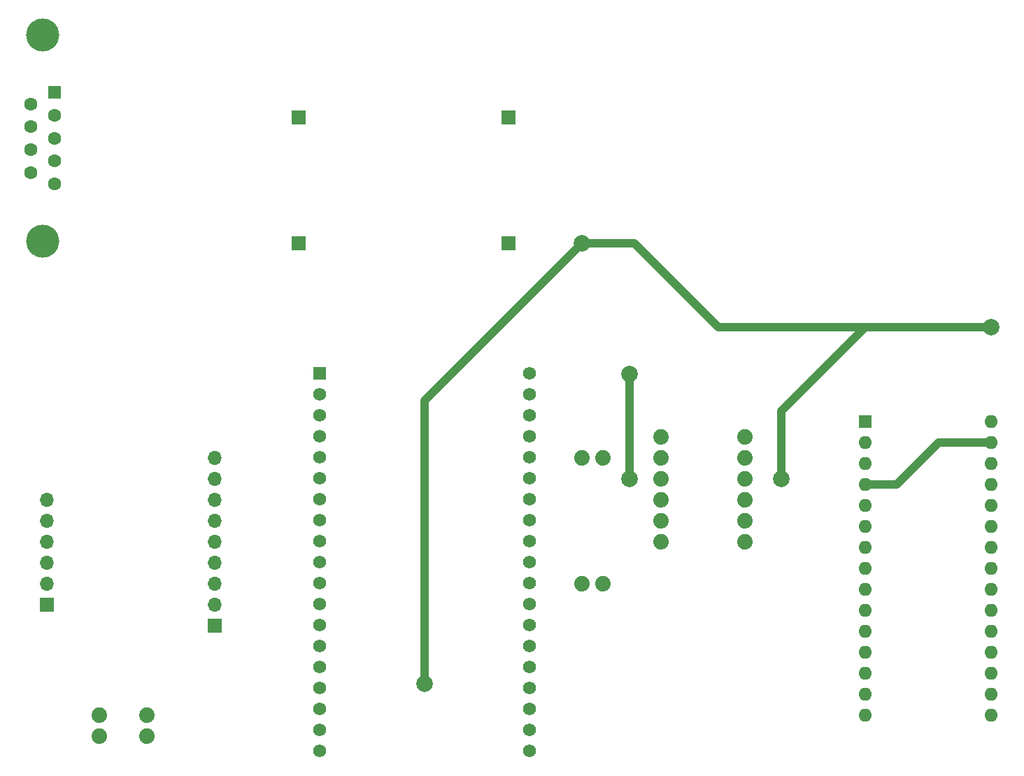
<source format=gbr>
%TF.GenerationSoftware,KiCad,Pcbnew,(6.0.4)*%
%TF.CreationDate,2022-04-04T20:05:43+03:00*%
%TF.ProjectId,volvo_bt_board,766f6c76-6f5f-4627-945f-626f6172642e,rev?*%
%TF.SameCoordinates,Original*%
%TF.FileFunction,Copper,L1,Top*%
%TF.FilePolarity,Positive*%
%FSLAX46Y46*%
G04 Gerber Fmt 4.6, Leading zero omitted, Abs format (unit mm)*
G04 Created by KiCad (PCBNEW (6.0.4)) date 2022-04-04 20:05:43*
%MOMM*%
%LPD*%
G01*
G04 APERTURE LIST*
%TA.AperFunction,ComponentPad*%
%ADD10C,4.000000*%
%TD*%
%TA.AperFunction,ComponentPad*%
%ADD11R,1.600000X1.600000*%
%TD*%
%TA.AperFunction,ComponentPad*%
%ADD12C,1.600000*%
%TD*%
%TA.AperFunction,ComponentPad*%
%ADD13R,1.700000X1.700000*%
%TD*%
%TA.AperFunction,ComponentPad*%
%ADD14O,1.600000X1.600000*%
%TD*%
%TA.AperFunction,ComponentPad*%
%ADD15C,1.879600*%
%TD*%
%TA.AperFunction,ComponentPad*%
%ADD16O,1.700000X1.700000*%
%TD*%
%TA.AperFunction,ComponentPad*%
%ADD17R,1.560000X1.560000*%
%TD*%
%TA.AperFunction,ComponentPad*%
%ADD18C,1.560000*%
%TD*%
%TA.AperFunction,ViaPad*%
%ADD19C,2.000000*%
%TD*%
%TA.AperFunction,Conductor*%
%ADD20C,1.000000*%
%TD*%
G04 APERTURE END LIST*
D10*
%TO.P,J1,0*%
%TO.N,N/C*%
X80770331Y-73450000D03*
X80770331Y-48450000D03*
D11*
%TO.P,J1,1,1*%
%TO.N,MELBUS_CLK*%
X82190331Y-55410000D03*
D12*
%TO.P,J1,2,2*%
%TO.N,GND*%
X82190331Y-58180000D03*
%TO.P,J1,3,3*%
%TO.N,12V*%
X82190331Y-60950000D03*
%TO.P,J1,4,4*%
%TO.N,unconnected-(J1-Pad4)*%
X82190331Y-63720000D03*
%TO.P,J1,5,5*%
%TO.N,AUDIO_R*%
X82190331Y-66490000D03*
%TO.P,J1,6,6*%
%TO.N,MELBUS_DATA*%
X79350331Y-56795000D03*
%TO.P,J1,7,7*%
%TO.N,MELBUS_BUSY*%
X79350331Y-59565000D03*
%TO.P,J1,8,8*%
%TO.N,AUDIO_L*%
X79350331Y-62335000D03*
%TO.P,J1,9,9*%
%TO.N,AUDIO_GND*%
X79350331Y-65105000D03*
%TD*%
D13*
%TO.P,J9,1,Pin_1*%
%TO.N,5V*%
X137160000Y-73660000D03*
%TD*%
%TO.P,J6,1,Pin_1*%
%TO.N,12V*%
X111760000Y-73660000D03*
%TD*%
%TO.P,J7,1,Pin_1*%
%TO.N,GND*%
X111760000Y-58420000D03*
%TD*%
D11*
%TO.P,A1,1,D1/TX*%
%TO.N,Net-(A1-Pad1)*%
X180350000Y-95250000D03*
D14*
%TO.P,A1,2,D0/RX*%
%TO.N,unconnected-(A1-Pad2)*%
X180350000Y-97790000D03*
%TO.P,A1,3,~{RESET}*%
%TO.N,ARDUINO_RESET*%
X180350000Y-100330000D03*
%TO.P,A1,4,GND*%
%TO.N,GND*%
X180350000Y-102870000D03*
%TO.P,A1,5,D2*%
%TO.N,MELBUS_CLK*%
X180350000Y-105410000D03*
%TO.P,A1,6,D3*%
%TO.N,MELBUS_DATA*%
X180350000Y-107950000D03*
%TO.P,A1,7,D4*%
%TO.N,MELBUS_BUSY*%
X180350000Y-110490000D03*
%TO.P,A1,8,D5*%
%TO.N,Net-(A1-Pad8)*%
X180350000Y-113030000D03*
%TO.P,A1,9,D6*%
%TO.N,unconnected-(A1-Pad9)*%
X180350000Y-115570000D03*
%TO.P,A1,10,D7*%
%TO.N,unconnected-(A1-Pad10)*%
X180350000Y-118110000D03*
%TO.P,A1,11,D8*%
%TO.N,unconnected-(A1-Pad11)*%
X180350000Y-120650000D03*
%TO.P,A1,12,D9*%
%TO.N,unconnected-(A1-Pad12)*%
X180350000Y-123190000D03*
%TO.P,A1,13,D10*%
%TO.N,unconnected-(A1-Pad13)*%
X180350000Y-125730000D03*
%TO.P,A1,14,D11*%
%TO.N,unconnected-(A1-Pad14)*%
X180350000Y-128270000D03*
%TO.P,A1,15,D12*%
%TO.N,unconnected-(A1-Pad15)*%
X180350000Y-130810000D03*
%TO.P,A1,16,D13*%
%TO.N,unconnected-(A1-Pad16)*%
X195590000Y-130810000D03*
%TO.P,A1,17,3V3*%
%TO.N,unconnected-(A1-Pad17)*%
X195590000Y-128270000D03*
%TO.P,A1,18,AREF*%
%TO.N,unconnected-(A1-Pad18)*%
X195590000Y-125730000D03*
%TO.P,A1,19,A0*%
%TO.N,unconnected-(A1-Pad19)*%
X195590000Y-123190000D03*
%TO.P,A1,20,A1*%
%TO.N,unconnected-(A1-Pad20)*%
X195590000Y-120650000D03*
%TO.P,A1,21,A2*%
%TO.N,unconnected-(A1-Pad21)*%
X195590000Y-118110000D03*
%TO.P,A1,22,A3*%
%TO.N,unconnected-(A1-Pad22)*%
X195590000Y-115570000D03*
%TO.P,A1,23,A4*%
%TO.N,unconnected-(A1-Pad23)*%
X195590000Y-113030000D03*
%TO.P,A1,24,A5*%
%TO.N,unconnected-(A1-Pad24)*%
X195590000Y-110490000D03*
%TO.P,A1,25,A6*%
%TO.N,unconnected-(A1-Pad25)*%
X195590000Y-107950000D03*
%TO.P,A1,26,A7*%
%TO.N,unconnected-(A1-Pad26)*%
X195590000Y-105410000D03*
%TO.P,A1,27,+5V*%
%TO.N,5V*%
X195590000Y-102870000D03*
%TO.P,A1,28,~{RESET}*%
%TO.N,unconnected-(A1-Pad28)*%
X195590000Y-100330000D03*
%TO.P,A1,29,GND*%
%TO.N,GND*%
X195590000Y-97790000D03*
%TO.P,A1,30,VIN*%
%TO.N,unconnected-(A1-Pad30)*%
X195590000Y-95250000D03*
%TD*%
D15*
%TO.P,J4,1,Pin_1*%
%TO.N,Net-(J2-Pad4)*%
X93345000Y-130810000D03*
%TO.P,J4,2,Pin_2*%
%TO.N,Net-(J3-Pad2)*%
X93345000Y-133350000D03*
%TD*%
D13*
%TO.P,J3,1,Pin_1*%
%TO.N,5V*%
X101600000Y-120005000D03*
D16*
%TO.P,J3,2,Pin_2*%
%TO.N,Net-(J3-Pad2)*%
X101600000Y-117465000D03*
%TO.P,J3,3,Pin_3*%
%TO.N,GND*%
X101600000Y-114925000D03*
%TO.P,J3,4,Pin_4*%
%TO.N,Net-(J3-Pad4)*%
X101600000Y-112385000D03*
%TO.P,J3,5,Pin_5*%
%TO.N,Net-(J3-Pad5)*%
X101600000Y-109845000D03*
%TO.P,J3,6,Pin_6*%
%TO.N,Net-(J3-Pad6)*%
X101600000Y-107305000D03*
%TO.P,J3,7,Pin_7*%
%TO.N,AUDIO_L*%
X101600000Y-104765000D03*
%TO.P,J3,8,Pin_8*%
%TO.N,AUDIO_GND*%
X101600000Y-102225000D03*
%TO.P,J3,9,Pin_9*%
%TO.N,AUDIO_R*%
X101600000Y-99685000D03*
%TD*%
D15*
%TO.P,B1,GND1,GND*%
%TO.N,GND*%
X155575000Y-104775000D03*
%TO.P,B1,GND2,GND*%
X165735000Y-104775000D03*
%TO.P,B1,HV,HV*%
%TO.N,5V*%
X165735000Y-102235000D03*
%TO.P,B1,HV1,HV_TXO_1*%
%TO.N,unconnected-(B1-PadHV1)*%
X165735000Y-97155000D03*
%TO.P,B1,HV2,HV_RXI_1*%
%TO.N,Net-(A1-Pad1)*%
X165735000Y-99695000D03*
%TO.P,B1,HV3,HV_RXI_2*%
%TO.N,ARDUINO_RESET*%
X165735000Y-107315000D03*
%TO.P,B1,HV4,HV_TXO_2*%
%TO.N,Net-(A1-Pad8)*%
X165735000Y-109855000D03*
%TO.P,B1,LV,LV*%
%TO.N,3V3*%
X155575000Y-102235000D03*
%TO.P,B1,LV1,LV_TXI_1*%
%TO.N,unconnected-(B1-PadLV1)*%
X155575000Y-97155000D03*
%TO.P,B1,LV2,LV_RXO_1*%
%TO.N,Net-(B1-PadLV2)*%
X155575000Y-99695000D03*
%TO.P,B1,LV3,LV_RXO_2*%
%TO.N,Net-(B1-PadLV3)*%
X155575000Y-107315000D03*
%TO.P,B1,LV4,LV_TXI_2*%
%TO.N,Net-(B1-PadLV4)*%
X155575000Y-109855000D03*
%TD*%
D17*
%TO.P,U1,1,3V3*%
%TO.N,3V3*%
X114300000Y-89460000D03*
D18*
%TO.P,U1,2,EN*%
%TO.N,unconnected-(U1-Pad2)*%
X114300000Y-92000000D03*
%TO.P,U1,3,SENSOR_VP*%
%TO.N,unconnected-(U1-Pad3)*%
X114300000Y-94540000D03*
%TO.P,U1,4,SENSOR_VN*%
%TO.N,unconnected-(U1-Pad4)*%
X114300000Y-97080000D03*
%TO.P,U1,5,IO34*%
%TO.N,unconnected-(U1-Pad5)*%
X114300000Y-99620000D03*
%TO.P,U1,6,IO35*%
%TO.N,unconnected-(U1-Pad6)*%
X114300000Y-102160000D03*
%TO.P,U1,7,IO32*%
%TO.N,unconnected-(U1-Pad7)*%
X114300000Y-104700000D03*
%TO.P,U1,8,IO33*%
%TO.N,Net-(J3-Pad6)*%
X114300000Y-107240000D03*
%TO.P,U1,9,IO25*%
%TO.N,Net-(J3-Pad5)*%
X114300000Y-109780000D03*
%TO.P,U1,10,IO26*%
%TO.N,Net-(J3-Pad4)*%
X114300000Y-112320000D03*
%TO.P,U1,11,IO27*%
%TO.N,unconnected-(U1-Pad11)*%
X114300000Y-114860000D03*
%TO.P,U1,12,IO14*%
%TO.N,unconnected-(U1-Pad12)*%
X114300000Y-117400000D03*
%TO.P,U1,13,IO12*%
%TO.N,unconnected-(U1-Pad13)*%
X114300000Y-119940000D03*
%TO.P,U1,14,GND1*%
%TO.N,GND*%
X114300000Y-122480000D03*
%TO.P,U1,15,IO13*%
%TO.N,unconnected-(U1-Pad15)*%
X114300000Y-125020000D03*
%TO.P,U1,16,SD2*%
%TO.N,unconnected-(U1-Pad16)*%
X114300000Y-127560000D03*
%TO.P,U1,17,SD3*%
%TO.N,unconnected-(U1-Pad17)*%
X114300000Y-130100000D03*
%TO.P,U1,18,CMD*%
%TO.N,unconnected-(U1-Pad18)*%
X114300000Y-132640000D03*
%TO.P,U1,19,EXT_5V*%
%TO.N,5V*%
X114300000Y-135180000D03*
%TO.P,U1,20,GND3*%
%TO.N,GND*%
X139700000Y-89460000D03*
%TO.P,U1,21,IO23*%
%TO.N,unconnected-(U1-Pad21)*%
X139700000Y-92000000D03*
%TO.P,U1,22,IO22*%
%TO.N,unconnected-(U1-Pad22)*%
X139700000Y-94540000D03*
%TO.P,U1,23,TXD0*%
%TO.N,unconnected-(U1-Pad23)*%
X139700000Y-97080000D03*
%TO.P,U1,24,RXD0*%
%TO.N,Net-(J11-Pad2)*%
X139700000Y-99620000D03*
%TO.P,U1,25,IO21*%
%TO.N,unconnected-(U1-Pad25)*%
X139700000Y-102160000D03*
%TO.P,U1,26,GND2*%
%TO.N,GND*%
X139700000Y-104700000D03*
%TO.P,U1,27,IO19*%
%TO.N,unconnected-(U1-Pad27)*%
X139700000Y-107240000D03*
%TO.P,U1,28,IO18*%
%TO.N,unconnected-(U1-Pad28)*%
X139700000Y-109780000D03*
%TO.P,U1,29,IO5*%
%TO.N,unconnected-(U1-Pad29)*%
X139700000Y-112320000D03*
%TO.P,U1,30,IO17*%
%TO.N,Net-(J12-Pad1)*%
X139700000Y-114860000D03*
%TO.P,U1,31,IO16*%
%TO.N,Net-(B1-PadLV4)*%
X139700000Y-117400000D03*
%TO.P,U1,32,IO4*%
%TO.N,unconnected-(U1-Pad32)*%
X139700000Y-119940000D03*
%TO.P,U1,33,IO0*%
%TO.N,unconnected-(U1-Pad33)*%
X139700000Y-122480000D03*
%TO.P,U1,34,IO2*%
%TO.N,unconnected-(U1-Pad34)*%
X139700000Y-125020000D03*
%TO.P,U1,35,IO15*%
%TO.N,unconnected-(U1-Pad35)*%
X139700000Y-127560000D03*
%TO.P,U1,36,SD1*%
%TO.N,unconnected-(U1-Pad36)*%
X139700000Y-130100000D03*
%TO.P,U1,37,SD0*%
%TO.N,unconnected-(U1-Pad37)*%
X139700000Y-132640000D03*
%TO.P,U1,38,CLK*%
%TO.N,unconnected-(U1-Pad38)*%
X139700000Y-135180000D03*
%TD*%
D15*
%TO.P,J5,1,Pin_1*%
%TO.N,Net-(J3-Pad2)*%
X87630000Y-133350000D03*
%TO.P,J5,2,Pin_2*%
%TO.N,Net-(J2-Pad2)*%
X87630000Y-130810000D03*
%TD*%
%TO.P,J11,1,Pin_1*%
%TO.N,Net-(B1-PadLV2)*%
X148590000Y-99695000D03*
%TO.P,J11,2,Pin_2*%
%TO.N,Net-(J11-Pad2)*%
X146050000Y-99695000D03*
%TD*%
D13*
%TO.P,J8,1,Pin_1*%
%TO.N,GND*%
X137160000Y-58420000D03*
%TD*%
D15*
%TO.P,J12,1,Pin_1*%
%TO.N,Net-(J12-Pad1)*%
X146050000Y-114935000D03*
%TO.P,J12,2,Pin_2*%
%TO.N,Net-(B1-PadLV3)*%
X148590000Y-114935000D03*
%TD*%
D13*
%TO.P,J2,1,Pin_1*%
%TO.N,unconnected-(J2-Pad1)*%
X81280000Y-117465000D03*
D16*
%TO.P,J2,2,Pin_2*%
%TO.N,Net-(J2-Pad2)*%
X81280000Y-114925000D03*
%TO.P,J2,3,Pin_3*%
%TO.N,unconnected-(J2-Pad3)*%
X81280000Y-112385000D03*
%TO.P,J2,4,Pin_4*%
%TO.N,Net-(J2-Pad4)*%
X81280000Y-109845000D03*
%TO.P,J2,5,Pin_5*%
%TO.N,unconnected-(J2-Pad5)*%
X81280000Y-107305000D03*
%TO.P,J2,6,Pin_6*%
%TO.N,unconnected-(J2-Pad6)*%
X81280000Y-104765000D03*
%TD*%
D19*
%TO.N,5V*%
X127000000Y-127000000D03*
X146050000Y-73660000D03*
X195580000Y-83820000D03*
X170180000Y-102235000D03*
%TO.N,3V3*%
X151765000Y-89535000D03*
X151765000Y-102235000D03*
%TD*%
D20*
%TO.N,GND*%
X189230000Y-97790000D02*
X195590000Y-97790000D01*
X184150000Y-102870000D02*
X189230000Y-97790000D01*
X180350000Y-102870000D02*
X184150000Y-102870000D01*
%TO.N,5V*%
X127000000Y-92710000D02*
X127000000Y-127000000D01*
X146050000Y-73660000D02*
X127000000Y-92710000D01*
X146050000Y-73660000D02*
X152400000Y-73660000D01*
X162560000Y-83820000D02*
X180340000Y-83820000D01*
X152400000Y-73660000D02*
X162560000Y-83820000D01*
X180340000Y-83820000D02*
X195580000Y-83820000D01*
X170180000Y-93980000D02*
X180340000Y-83820000D01*
X170180000Y-102235000D02*
X170180000Y-93980000D01*
%TO.N,3V3*%
X151765000Y-92710000D02*
X151765000Y-90170000D01*
X151765000Y-90170000D02*
X151765000Y-89535000D01*
X151765000Y-93980000D02*
X151765000Y-92710000D01*
X151765000Y-102235000D02*
X151765000Y-93980000D01*
%TD*%
M02*

</source>
